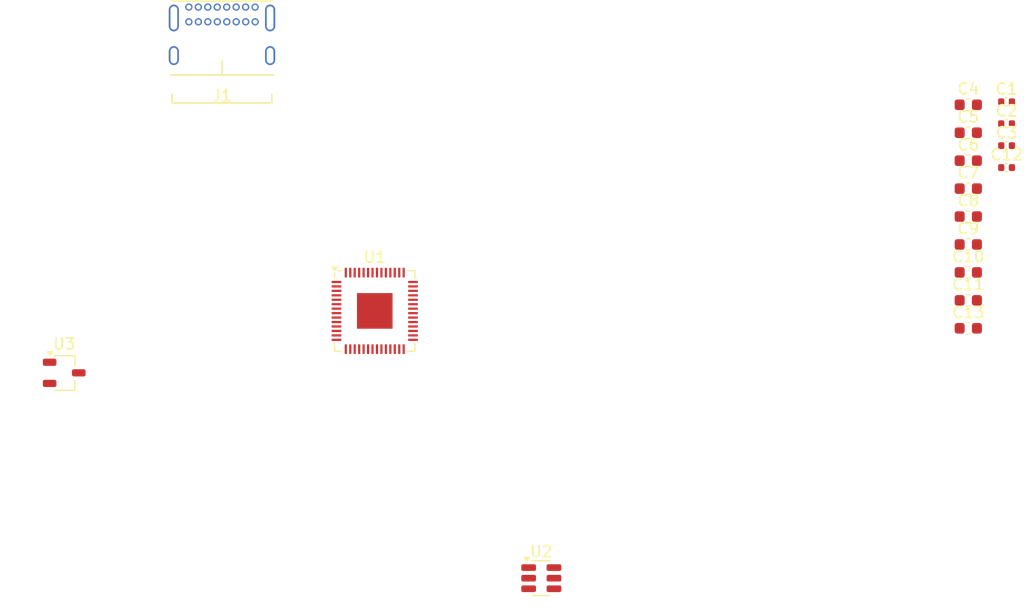
<source format=kicad_pcb>
(kicad_pcb (version 20240108) (generator "pcbnew") (generator_version "8.0")
  (layers (0 "F.Cu" signal) (31 "B.Cu" signal) (34 "B.Paste" user) (35 "F.Paste" user) (36 "B.SilkS" user "B.Silkscreen") (37 "F.SilkS" user "F.Silkscreen") (38 "B.Mask" user) (39 "F.Mask" user) (44 "Edge.Cuts" user))
  (net 0 "")
  (net 9 "Net-(U1-DVDD-Pad23)")
  (net 10 "Net-(U1-USB_DP)")
  (net 13 "Net-(U1-IOVDD-Pad1)")
  (net 31 "Net-(U1-USB_DM)")
  (net 52 "USB DP")
  (net 53 "USB D+")
  (net 54 "+3.3V")
  (net 55 "VBUS")
  (net 56 "USB DM")
  (net 57 "USB D-")
  (net 58 "Net-(J1-CC1)")
  (net 59 "Net-(J1-CC2)")
  (footprint "Package_TO_SOT_SMD:SOT-23-6" (layer "F.Cu") (at 136.8625 78.95)
    (property "Reference" "U2" (at 0 -2.4 0) (layer "F.SilkS"))
    (property "Value" "USBLC6-2SC6")
    (fp_line (start 0 -1.56) (end -0.8 -1.56) (stroke (width 0.12)) (layer "F.SilkS"))
    (fp_line (start 0 -1.56) (end 0.8 -1.56) (stroke (width 0.12)) (layer "F.SilkS"))
    (fp_line (start 0 1.56) (end -0.8 1.56) (stroke (width 0.12)) (layer "F.SilkS"))
    (fp_line (start 0 1.56) (end 0.8 1.56) (stroke (width 0.12)) (layer "F.SilkS"))
    (fp_poly (pts (xy -1.3 -1.51) (xy -1.54 -1.84) (xy -1.06 -1.84) (xy -1.3 -1.51)) (stroke (width 0.12)) (fill solid) (layer "F.SilkS"))
    (pad "1" smd roundrect (at -1.1375 -0.95) (size 1.325 0.6) (layers "F.Cu" "F.Paste" "F.Mask") (net 57 "USB D-"))
    (pad "2" smd roundrect (at -1.1375 0) (size 1.325 0.6) (layers "F.Cu" "F.Paste" "F.Mask") (net 54 "+3.3V"))
    (pad "3" smd roundrect (at -1.1375 0.95) (size 1.325 0.6) (layers "F.Cu" "F.Paste" "F.Mask") (net 56 "USB DM"))
    (pad "4" smd roundrect (at 1.1375 0.95) (size 1.325 0.6) (layers "F.Cu" "F.Paste" "F.Mask") (net 52 "USB DP"))
    (pad "5" smd roundrect (at 1.1375 0) (size 1.325 0.6) (layers "F.Cu" "F.Paste" "F.Mask") (net 55 "VBUS"))
    (pad "6" smd roundrect (at 1.1375 -0.95) (size 1.325 0.6) (layers "F.Cu" "F.Paste" "F.Mask") (net 53 "USB D+"))
  )
  (footprint "Capacitor_SMD:C_0603_1608Metric" (layer "F.Cu") (at 175.225 43.95)
    (property "Reference" "C7" (at 0 -1.43 0) (layer "F.SilkS"))
    (property "Value" "100n")
    (fp_line (start -0.14058 -0.51) (end 0.14058 -0.51) (stroke (width 0.12)) (layer "F.SilkS"))
    (fp_line (start -0.14058 0.51) (end 0.14058 0.51) (stroke (width 0.12)) (layer "F.SilkS"))
    (pad "1" smd roundrect (at -0.775 0) (size 0.9 0.95) (layers "F.Cu" "F.Paste" "F.Mask") (net 54 "+3.3V"))
    (pad "2" smd roundrect (at 0.775 0) (size 0.9 0.95) (layers "F.Cu" "F.Paste" "F.Mask") (net 54 "+3.3V"))
  )
  (footprint "Type-C.pretty-fecd1a97dee885e7daf32da80dfa47e726d59529:USB_C_GCT_USB4085" (layer "F.Cu") (at 108.175 33.74)
    (property "Reference" "J1" (at 0 1.85 0) (layer "F.SilkS"))
    (property "Value" "USB_C_Receptacle_USB2.0_14P")
    (fp_line (start -4.625 0) (end 4.625 0) (stroke (width 0.15)) (layer "F.SilkS"))
    (fp_line (start -4.475 -6.66) (end 4.475 -6.66) (stroke (width 0.15)) (layer "F.SilkS"))
    (fp_line (start -4.475 2.51) (end -4.48 1.75) (stroke (width 0.15)) (layer "F.SilkS"))
    (fp_line (start -4.475 2.51) (end 4.475 2.51) (stroke (width 0.15)) (layer "F.SilkS"))
    (fp_line (start 0 0) (end 0 -1.27) (stroke (width 0.15)) (layer "F.SilkS"))
    (fp_line (start 4.48 1.75) (end 4.475 2.51) (stroke (width 0.15)) (layer "F.SilkS"))
    (pad "A1" thru_hole circle (at -2.975 -6.1) (size 0.65 0.65) (drill 0.4) (layers "*.Cu" "*.Mask") (net 54 "+3.3V"))
    (pad "A4" thru_hole circle (at -2.125 -6.1) (size 0.65 0.65) (drill 0.4) (layers "*.Cu" "*.Mask") (net 55 "VBUS"))
    (pad "A5" thru_hole circle (at -1.275 -6.1) (size 0.65 0.65) (drill 0.4) (layers "*.Cu" "*.Mask") (net 58 "Net-(J1-CC1)"))
    (pad "A6" thru_hole circle (at -0.425 -6.1) (size 0.65 0.65) (drill 0.4) (layers "*.Cu" "*.Mask") (net 53 "USB D+"))
    (pad "A7" thru_hole circle (at 0.425 -6.1) (size 0.65 0.65) (drill 0.4) (layers "*.Cu" "*.Mask") (net 57 "USB D-"))
    (pad "A8" thru_hole circle (at 1.275 -6.1) (size 0.65 0.65) (drill 0.4) (layers "*.Cu" "*.Mask"))
    (pad "A9" thru_hole circle (at 2.125 -6.1) (size 0.65 0.65) (drill 0.4) (layers "*.Cu" "*.Mask") (net 55 "VBUS"))
    (pad "A12" thru_hole circle (at 2.975 -6.1) (size 0.65 0.65) (drill 0.4) (layers "*.Cu" "*.Mask") (net 54 "+3.3V"))
    (pad "B1" thru_hole circle (at 2.98 -4.775) (size 0.65 0.65) (drill 0.4) (layers "*.Cu" "*.Mask") (net 54 "+3.3V"))
    (pad "B4" thru_hole circle (at 2.13 -4.775) (size 0.65 0.65) (drill 0.4) (layers "*.Cu" "*.Mask") (net 55 "VBUS"))
    (pad "B5" thru_hole circle (at 1.28 -4.775) (size 0.65 0.65) (drill 0.4) (layers "*.Cu" "*.Mask") (net 59 "Net-(J1-CC2)"))
    (pad "B6" thru_hole circle (at 0.43 -4.775) (size 0.65 0.65) (drill 0.4) (layers "*.Cu" "*.Mask") (net 53 "USB D+"))
    (pad "B7" thru_hole circle (at -0.42 -4.775) (size 0.65 0.65) (drill 0.4) (layers "*.Cu" "*.Mask") (net 57 "USB D-"))
    (pad "B8" thru_hole circle (at -1.27 -4.775) (size 0.65 0.65) (drill 0.4) (layers "*.Cu" "*.Mask"))
    (pad "B9" thru_hole circle (at -2.12 -4.775) (size 0.65 0.65) (drill 0.4) (layers "*.Cu" "*.Mask") (net 55 "VBUS"))
    (pad "B12" thru_hole circle (at -2.975 -4.775) (size 0.65 0.65) (drill 0.4) (layers "*.Cu" "*.Mask") (net 54 "+3.3V"))
    (pad "S1" thru_hole oval (at -4.325 -5.12) (size 0.9 2.4) (drill oval 0.6 2.1) (layers "*.Cu" "*.Mask") (net 54 "+3.3V"))
    (pad "S1" thru_hole oval (at -4.325 -1.74) (size 0.9 1.7) (drill oval 0.6 1.4) (layers "*.Cu" "*.Mask") (net 54 "+3.3V"))
    (pad "S1" thru_hole oval (at 4.325 -5.12) (size 0.9 2.4) (drill oval 0.6 2.1) (layers "*.Cu" "*.Mask") (net 54 "+3.3V"))
    (pad "S1" thru_hole oval (at 4.325 -1.74) (size 0.9 1.7) (drill oval 0.6 1.4) (layers "*.Cu" "*.Mask") (net 54 "+3.3V"))
  )
  (footprint "Capacitor_SMD:C_0603_1608Metric" (layer "F.Cu") (at 175.225 48.97)
    (property "Reference" "C9" (at 0 -1.43 0) (layer "F.SilkS"))
    (property "Value" "100n")
    (fp_line (start -0.14058 -0.51) (end 0.14058 -0.51) (stroke (width 0.12)) (layer "F.SilkS"))
    (fp_line (start -0.14058 0.51) (end 0.14058 0.51) (stroke (width 0.12)) (layer "F.SilkS"))
    (pad "1" smd roundrect (at -0.775 0) (size 0.9 0.95) (layers "F.Cu" "F.Paste" "F.Mask") (net 54 "+3.3V"))
    (pad "2" smd roundrect (at 0.775 0) (size 0.9 0.95) (layers "F.Cu" "F.Paste" "F.Mask") (net 54 "+3.3V"))
  )
  (footprint "Capacitor_SMD:C_0603_1608Metric" (layer "F.Cu") (at 175.225 51.48)
    (property "Reference" "C10" (at 0 -1.43 0) (layer "F.SilkS"))
    (property "Value" "100n")
    (fp_line (start -0.14058 -0.51) (end 0.14058 -0.51) (stroke (width 0.12)) (layer "F.SilkS"))
    (fp_line (start -0.14058 0.51) (end 0.14058 0.51) (stroke (width 0.12)) (layer "F.SilkS"))
    (pad "1" smd roundrect (at -0.775 0) (size 0.9 0.95) (layers "F.Cu" "F.Paste" "F.Mask") (net 54 "+3.3V"))
    (pad "2" smd roundrect (at 0.775 0) (size 0.9 0.95) (layers "F.Cu" "F.Paste" "F.Mask") (net 54 "+3.3V"))
  )
  (footprint "Capacitor_SMD:C_0402_1005Metric" (layer "F.Cu") (at 178.665 40.09)
    (property "Reference" "C3" (at 0 -1.16 0) (layer "F.SilkS"))
    (property "Value" "1u")
    (fp_line (start -0.107836 -0.36) (end 0.107836 -0.36) (stroke (width 0.12)) (layer "F.SilkS"))
    (fp_line (start -0.107836 0.36) (end 0.107836 0.36) (stroke (width 0.12)) (layer "F.SilkS"))
    (pad "1" smd roundrect (at -0.48 0) (size 0.56 0.62) (layers "F.Cu" "F.Paste" "F.Mask") (net 54 "+3.3V"))
    (pad "2" smd roundrect (at 0.48 0) (size 0.56 0.62) (layers "F.Cu" "F.Paste" "F.Mask") (net 54 "+3.3V"))
  )
  (footprint "Capacitor_SMD:C_0603_1608Metric" (layer "F.Cu") (at 175.225 56.5)
    (property "Reference" "C13" (at 0 -1.43 0) (layer "F.SilkS"))
    (property "Value" "100n")
    (fp_line (start -0.14058 -0.51) (end 0.14058 -0.51) (stroke (width 0.12)) (layer "F.SilkS"))
    (fp_line (start -0.14058 0.51) (end 0.14058 0.51) (stroke (width 0.12)) (layer "F.SilkS"))
    (pad "1" smd roundrect (at -0.775 0) (size 0.9 0.95) (layers "F.Cu" "F.Paste" "F.Mask") (net 54 "+3.3V"))
    (pad "2" smd roundrect (at 0.775 0) (size 0.9 0.95) (layers "F.Cu" "F.Paste" "F.Mask") (net 54 "+3.3V"))
  )
  (footprint "Package_DFN_QFN:QFN-56-1EP_7x7mm_P0.4mm_EP3.2x3.2mm" (layer "F.Cu") (at 121.9 54.9375)
    (property "Reference" "U1" (at 0 -4.83 0) (layer "F.SilkS"))
    (property "Value" "RP2040")
    (fp_line (start -3.61 -2.96) (end -3.61 -3.37) (stroke (width 0.12)) (layer "F.SilkS"))
    (fp_line (start -3.61 3.61) (end -3.61 2.96) (stroke (width 0.12)) (layer "F.SilkS"))
    (fp_line (start -2.96 -3.61) (end -3.31 -3.61) (stroke (width 0.12)) (layer "F.SilkS"))
    (fp_line (start -2.96 3.61) (end -3.61 3.61) (stroke (width 0.12)) (layer "F.SilkS"))
    (fp_line (start 2.96 -3.61) (end 3.61 -3.61) (stroke (width 0.12)) (layer "F.SilkS"))
    (fp_line (start 2.96 3.61) (end 3.61 3.61) (stroke (width 0.12)) (layer "F.SilkS"))
    (fp_line (start 3.61 -3.61) (end 3.61 -2.96) (stroke (width 0.12)) (layer "F.SilkS"))
    (fp_line (start 3.61 3.61) (end 3.61 2.96) (stroke (width 0.12)) (layer "F.SilkS"))
    (fp_poly (pts (xy -3.61 -3.61) (xy -3.85 -3.94) (xy -3.37 -3.94) (xy -3.61 -3.61)) (stroke (width 0.12)) (fill solid) (layer "F.SilkS"))
    (pad "1" smd roundrect (at -3.4375 -2.6) (size 0.875 0.2) (layers "F.Cu" "F.Paste" "F.Mask") (net 13 "Net-(U1-IOVDD-Pad1)"))
    (pad "2" smd roundrect (at -3.4375 -2.2) (size 0.875 0.2) (layers "F.Cu" "F.Paste" "F.Mask"))
    (pad "3" smd roundrect (at -3.4375 -1.8) (size 0.875 0.2) (layers "F.Cu" "F.Paste" "F.Mask"))
    (pad "4" smd roundrect (at -3.4375 -1.4) (size 0.875 0.2) (layers "F.Cu" "F.Paste" "F.Mask"))
    (pad "5" smd roundrect (at -3.4375 -1) (size 0.875 0.2) (layers "F.Cu" "F.Paste" "F.Mask"))
    (pad "6" smd roundrect (at -3.4375 -0.6) (size 0.875 0.2) (layers "F.Cu" "F.Paste" "F.Mask"))
    (pad "7" smd roundrect (at -3.4375 -0.2) (size 0.875 0.2) (layers "F.Cu" "F.Paste" "F.Mask"))
    (pad "8" smd roundrect (at -3.4375 0.2) (size 0.875 0.2) (layers "F.Cu" "F.Paste" "F.Mask"))
    (pad "9" smd roundrect (at -3.4375 0.6) (size 0.875 0.2) (layers "F.Cu" "F.Paste" "F.Mask"))
    (pad "10" smd roundrect (at -3.4375 1) (size 0.875 0.2) (layers "F.Cu" "F.Paste" "F.Mask") (net 13 "Net-(U1-IOVDD-Pad1)"))
    (pad "11" smd roundrect (at -3.4375 1.4) (size 0.875 0.2) (layers "F.Cu" "F.Paste" "F.Mask"))
    (pad "12" smd roundrect (at -3.4375 1.8) (size 0.875 0.2) (layers "F.Cu" "F.Paste" "F.Mask"))
    (pad "13" smd roundrect (at -3.4375 2.2) (size 0.875 0.2) (layers "F.Cu" "F.Paste" "F.Mask"))
    (pad "14" smd roundrect (at -3.4375 2.6) (size 0.875 0.2) (layers "F.Cu" "F.Paste" "F.Mask"))
    (pad "15" smd roundrect (at -2.6 3.4375) (size 0.2 0.875) (layers "F.Cu" "F.Paste" "F.Mask"))
    (pad "16" smd roundrect (at -2.2 3.4375) (size 0.2 0.875) (layers "F.Cu" "F.Paste" "F.Mask"))
    (pad "17" smd roundrect (at -1.8 3.4375) (size 0.2 0.875) (layers "F.Cu" "F.Paste" "F.Mask"))
    (pad "18" smd roundrect (at -1.4 3.4375) (size 0.2 0.875) (layers "F.Cu" "F.Paste" "F.Mask"))
    (pad "19" smd roundrect (at -1 3.4375) (size 0.2 0.875) (layers "F.Cu" "F.Paste" "F.Mask"))
    (pad "20" smd roundrect (at -0.6 3.4375) (size 0.2 0.875) (layers "F.Cu" "F.Paste" "F.Mask"))
    (pad "21" smd roundrect (at -0.2 3.4375) (size 0.2 0.875) (layers "F.Cu" "F.Paste" "F.Mask"))
    (pad "22" smd roundrect (at 0.2 3.4375) (size 0.2 0.875) (layers "F.Cu" "F.Paste" "F.Mask") (net 13 "Net-(U1-IOVDD-Pad1)"))
    (pad "23" smd roundrect (at 0.6 3.4375) (size 0.2 0.875) (layers "F.Cu" "F.Paste" "F.Mask") (net 9 "Net-(U1-DVDD-Pad23)"))
    (pad "24" smd roundrect (at 1 3.4375) (size 0.2 0.875) (layers "F.Cu" "F.Paste" "F.Mask"))
    (pad "25" smd roundrect (at 1.4 3.4375) (size 0.2 0.875) (layers "F.Cu" "F.Paste" "F.Mask"))
    (pad "26" smd roundrect (at 1.8 3.4375) (size 0.2 0.875) (layers "F.Cu" "F.Paste" "F.Mask"))
    (pad "27" smd roundrect (at 2.2 3.4375) (size 0.2 0.875) (layers "F.Cu" "F.Paste" "F.Mask"))
    (pad "28" smd roundrect (at 2.6 3.4375) (size 0.2 0.875) (layers "F.Cu" "F.Paste" "F.Mask"))
    (pad "29" smd roundrect (at 3.4375 2.6) (size 0.875 0.2) (layers "F.Cu" "F.Paste" "F.Mask"))
    (pad "30" smd roundrect (at 3.4375 2.2) (size 0.875 0.2) (layers "F.Cu" "F.Paste" "F.Mask"))
    (pad "31" smd roundrect (at 3.4375 1.8) (size 0.875 0.2) (layers "F.Cu" "F.Paste" "F.Mask"))
    (pad "32" smd roundrect (at 3.4375 1.4) (size 0.875 0.2) (layers "F.Cu" "F.Paste" "F.Mask"))
    (pad "33" smd roundrect (at 3.4375 1) (size 0.875 0.2) (layers "F.Cu" "F.Paste" "F.Mask") (net 13 "Net-(U1-IOVDD-Pad1)"))
    (pad "34" smd roundrect (at 3.4375 0.6) (size 0.875 0.2) (layers "F.Cu" "F.Paste" "F.Mask"))
    (pad "35" smd roundrect (at 3.4375 0.2) (size 0.875 0.2) (layers "F.Cu" "F.Paste" "F.Mask"))
    (pad "36" smd roundrect (at 3.4375 -0.2) (size 0.875 0.2) (layers "F.Cu" "F.Paste" "F.Mask"))
    (pad "37" smd roundrect (at 3.4375 -0.6) (size 0.875 0.2) (layers "F.Cu" "F.Paste" "F.Mask"))
    (pad "38" smd roundrect (at 3.4375 -1) (size 0.875 0.2) (layers "F.Cu" "F.Paste" "F.Mask"))
    (pad "39" smd roundrect (at 3.4375 -1.4) (size 0.875 0.2) (layers "F.Cu" "F.Paste" "F.Mask"))
    (pad "40" smd roundrect (at 3.4375 -1.8) (size 0.875 0.2) (layers "F.Cu" "F.Paste" "F.Mask"))
    (pad "41" smd roundrect (at 3.4375 -2.2) (size 0.875 0.2) (layers "F.Cu" "F.Paste" "F.Mask"))
    (pad "42" smd roundrect (at 3.4375 -2.6) (size 0.875 0.2) (layers "F.Cu" "F.Paste" "F.Mask") (net 13 "Net-(U1-IOVDD-Pad1)"))
    (pad "43" smd roundrect (at 2.6 -3.4375) (size 0.2 0.875) (layers "F.Cu" "F.Paste" "F.Mask"))
    (pad "44" smd roundrect (at 2.2 -3.4375) (size 0.2 0.875) (layers "F.Cu" "F.Paste" "F.Mask"))
    (pad "45" smd roundrect (at 1.8 -3.4375) (size 0.2 0.875) (layers "F.Cu" "F.Paste" "F.Mask"))
    (pad "46" smd roundrect (at 1.4 -3.4375) (size 0.2 0.875) (layers "F.Cu" "F.Paste" "F.Mask") (net 31 "Net-(U1-USB_DM)"))
    (pad "47" smd roundrect (at 1 -3.4375) (size 0.2 0.875) (layers "F.Cu" "F.Paste" "F.Mask") (net 10 "Net-(U1-USB_DP)"))
    (pad "48" smd roundrect (at 0.6 -3.4375) (size 0.2 0.875) (layers "F.Cu" "F.Paste" "F.Mask"))
    (pad "49" smd roundrect (at 0.2 -3.4375) (size 0.2 0.875) (layers "F.Cu" "F.Paste" "F.Mask") (net 13 "Net-(U1-IOVDD-Pad1)"))
    (pad "50" smd roundrect (at -0.2 -3.4375) (size 0.2 0.875) (layers "F.Cu" "F.Paste" "F.Mask") (net 9 "Net-(U1-DVDD-Pad23)"))
    (pad "51" smd roundrect (at -0.6 -3.4375) (size 0.2 0.875) (layers "F.Cu" "F.Paste" "F.Mask"))
    (pad "52" smd roundrect (at -1 -3.4375) (size 0.2 0.875) (layers "F.Cu" "F.Paste" "F.Mask"))
    (pad "53" smd roundrect (at -1.4 -3.4375) (size 0.2 0.875) (layers "F.Cu" "F.Paste" "F.Mask"))
    (pad "54" smd roundrect (at -1.8 -3.4375) (size 0.2 0.875) (layers "F.Cu" "F.Paste" "F.Mask"))
    (pad "55" smd roundrect (at -2.2 -3.4375) (size 0.2 0.875) (layers "F.Cu" "F.Paste" "F.Mask"))
    (pad "56" smd roundrect (at -2.6 -3.4375) (size 0.2 0.875) (layers "F.Cu" "F.Paste" "F.Mask"))
    (pad "57" smd rect (at 0 0) (size 3.2 3.2) (property pad_prop_heatsink) (layers "F.Cu" "F.Mask"))
  )
  (footprint "Capacitor_SMD:C_0402_1005Metric" (layer "F.Cu") (at 178.665 38.12)
    (property "Reference" "C2" (at 0 -1.16 0) (layer "F.SilkS"))
    (property "Value" "1u")
    (fp_line (start -0.107836 -0.36) (end 0.107836 -0.36) (stroke (width 0.12)) (layer "F.SilkS"))
    (fp_line (start -0.107836 0.36) (end 0.107836 0.36) (stroke (width 0.12)) (layer "F.SilkS"))
    (pad "1" smd roundrect (at -0.48 0) (size 0.56 0.62) (layers "F.Cu" "F.Paste" "F.Mask") (net 54 "+3.3V"))
    (pad "2" smd roundrect (at 0.48 0) (size 0.56 0.62) (layers "F.Cu" "F.Paste" "F.Mask") (net 54 "+3.3V"))
  )
  (footprint "Capacitor_SMD:C_0603_1608Metric" (layer "F.Cu") (at 175.225 41.44)
    (property "Reference" "C6" (at 0 -1.43 0) (layer "F.SilkS"))
    (property "Value" "100n")
    (fp_line (start -0.14058 -0.51) (end 0.14058 -0.51) (stroke (width 0.12)) (layer "F.SilkS"))
    (fp_line (start -0.14058 0.51) (end 0.14058 0.51) (stroke (width 0.12)) (layer "F.SilkS"))
    (pad "1" smd roundrect (at -0.775 0) (size 0.9 0.95) (layers "F.Cu" "F.Paste" "F.Mask") (net 54 "+3.3V"))
    (pad "2" smd roundrect (at 0.775 0) (size 0.9 0.95) (layers "F.Cu" "F.Paste" "F.Mask") (net 54 "+3.3V"))
  )
  (footprint "Capacitor_SMD:C_0603_1608Metric" (layer "F.Cu") (at 175.225 38.93)
    (property "Reference" "C5" (at 0 -1.43 0) (layer "F.SilkS"))
    (property "Value" "100n")
    (fp_line (start -0.14058 -0.51) (end 0.14058 -0.51) (stroke (width 0.12)) (layer "F.SilkS"))
    (fp_line (start -0.14058 0.51) (end 0.14058 0.51) (stroke (width 0.12)) (layer "F.SilkS"))
    (pad "1" smd roundrect (at -0.775 0) (size 0.9 0.95) (layers "F.Cu" "F.Paste" "F.Mask") (net 54 "+3.3V"))
    (pad "2" smd roundrect (at 0.775 0) (size 0.9 0.95) (layers "F.Cu" "F.Paste" "F.Mask") (net 54 "+3.3V"))
  )
  (footprint "Capacitor_SMD:C_0603_1608Metric" (layer "F.Cu") (at 175.225 46.46)
    (property "Reference" "C8" (at 0 -1.43 0) (layer "F.SilkS"))
    (property "Value" "100n")
    (fp_line (start -0.14058 -0.51) (end 0.14058 -0.51) (stroke (width 0.12)) (layer "F.SilkS"))
    (fp_line (start -0.14058 0.51) (end 0.14058 0.51) (stroke (width 0.12)) (layer "F.SilkS"))
    (pad "1" smd roundrect (at -0.775 0) (size 0.9 0.95) (layers "F.Cu" "F.Paste" "F.Mask") (net 54 "+3.3V"))
    (pad "2" smd roundrect (at 0.775 0) (size 0.9 0.95) (layers "F.Cu" "F.Paste" "F.Mask") (net 54 "+3.3V"))
  )
  (footprint "Package_TO_SOT_SMD:TSOT-23" (layer "F.Cu") (at 94 60.5)
    (property "Reference" "U3" (at 0 -2.6 0) (layer "F.SilkS"))
    (property "Value" "AP2127N3-1.2")
    (fp_line (start 0.945 0.69) (end 0.945 1.58) (stroke (width 0.12)) (layer "F.SilkS"))
    (fp_line (start 0.945 1.58) (end -0.905 1.58) (stroke (width 0.12)) (layer "F.SilkS"))
    (fp_line (start 0.96 -1.54) (end -0.89 -1.54) (stroke (width 0.12)) (layer "F.SilkS"))
    (fp_line (start 0.96 -1.54) (end 0.96 -0.65) (stroke (width 0.12)) (layer "F.SilkS"))
    (fp_poly (pts (xy -1.28 -1.55) (xy -1.52 -1.88) (xy -1.04 -1.88) (xy -1.28 -1.55)) (stroke (width 0.12)) (fill solid) (layer "F.SilkS"))
    (pad "1" smd roundrect (at -1.31 -0.95) (size 1.22 0.65) (layers "F.Cu" "F.Paste" "F.Mask") (net 54 "+3.3V"))
    (pad "2" smd roundrect (at -1.31 0.95) (size 1.22 0.65) (layers "F.Cu" "F.Paste" "F.Mask") (net 54 "+3.3V"))
    (pad "3" smd roundrect (at 1.31 0) (size 1.22 0.65) (layers "F.Cu" "F.Paste" "F.Mask") (net 55 "VBUS"))
  )
  (footprint "Capacitor_SMD:C_0402_1005Metric" (layer "F.Cu") (at 178.665 36.15)
    (property "Reference" "C1" (at 0 -1.16 0) (layer "F.SilkS"))
    (property "Value" "1u")
    (fp_line (start -0.107836 -0.36) (end 0.107836 -0.36) (stroke (width 0.12)) (layer "F.SilkS"))
    (fp_line (start -0.107836 0.36) (end 0.107836 0.36) (stroke (width 0.12)) (layer "F.SilkS"))
    (pad "1" smd roundrect (at -0.48 0) (size 0.56 0.62) (layers "F.Cu" "F.Paste" "F.Mask") (net 55 "VBUS"))
    (pad "2" smd roundrect (at 0.48 0) (size 0.56 0.62) (layers "F.Cu" "F.Paste" "F.Mask") (net 54 "+3.3V"))
  )
  (footprint "Capacitor_SMD:C_0603_1608Metric" (layer "F.Cu") (at 175.225 53.99)
    (property "Reference" "C11" (at 0 -1.43 0) (layer "F.SilkS"))
    (property "Value" "100n")
    (fp_line (start -0.14058 -0.51) (end 0.14058 -0.51) (stroke (width 0.12)) (layer "F.SilkS"))
    (fp_line (start -0.14058 0.51) (end 0.14058 0.51) (stroke (width 0.12)) (layer "F.SilkS"))
    (pad "1" smd roundrect (at -0.775 0) (size 0.9 0.95) (layers "F.Cu" "F.Paste" "F.Mask") (net 54 "+3.3V"))
    (pad "2" smd roundrect (at 0.775 0) (size 0.9 0.95) (layers "F.Cu" "F.Paste" "F.Mask") (net 54 "+3.3V"))
  )
  (footprint "Capacitor_SMD:C_0603_1608Metric" (layer "F.Cu") (at 175.225 36.42)
    (property "Reference" "C4" (at 0 -1.43 0) (layer "F.SilkS"))
    (property "Value" "100n")
    (fp_line (start -0.14058 -0.51) (end 0.14058 -0.51) (stroke (width 0.12)) (layer "F.SilkS"))
    (fp_line (start -0.14058 0.51) (end 0.14058 0.51) (stroke (width 0.12)) (layer "F.SilkS"))
    (pad "1" smd roundrect (at -0.775 0) (size 0.9 0.95) (layers "F.Cu" "F.Paste" "F.Mask") (net 54 "+3.3V"))
    (pad "2" smd roundrect (at 0.775 0) (size 0.9 0.95) (layers "F.Cu" "F.Paste" "F.Mask") (net 54 "+3.3V"))
  )
  (footprint "Capacitor_SMD:C_0402_1005Metric" (layer "F.Cu") (at 178.665 42.06)
    (property "Reference" "C12" (at 0 -1.16 0) (layer "F.SilkS"))
    (property "Value" "1u")
    (fp_line (start -0.107836 -0.36) (end 0.107836 -0.36) (stroke (width 0.12)) (layer "F.SilkS"))
    (fp_line (start -0.107836 0.36) (end 0.107836 0.36) (stroke (width 0.12)) (layer "F.SilkS"))
    (pad "1" smd roundrect (at -0.48 0) (size 0.56 0.62) (layers "F.Cu" "F.Paste" "F.Mask") (net 54 "+3.3V"))
    (pad "2" smd roundrect (at 0.48 0) (size 0.56 0.62) (layers "F.Cu" "F.Paste" "F.Mask") (net 54 "+3.3V"))
  )
)
</source>
